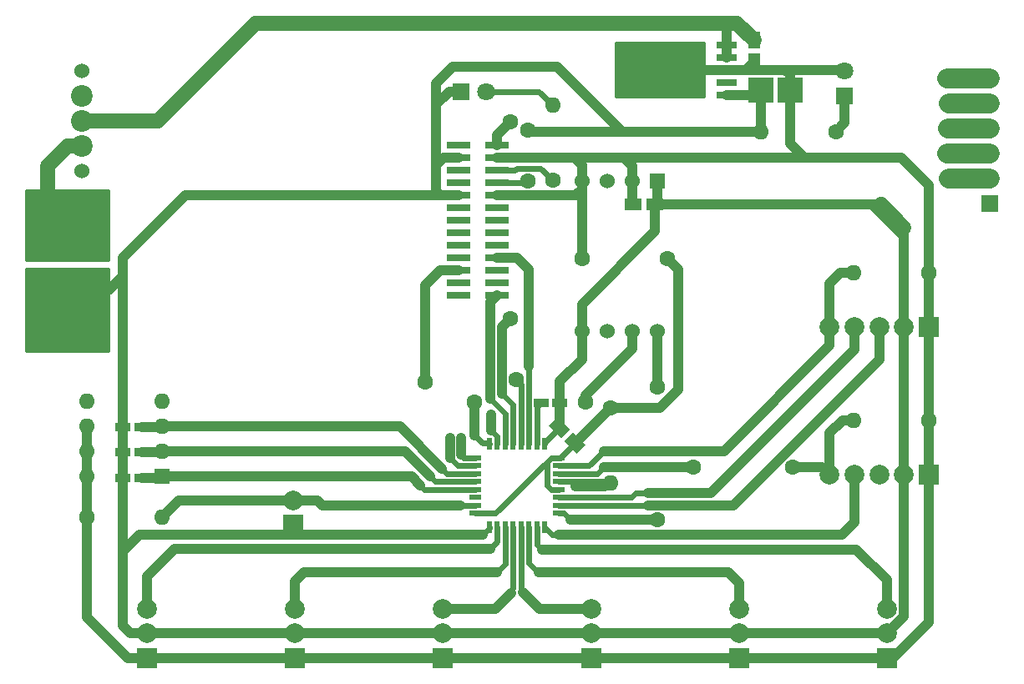
<source format=gbr>
G04 #@! TF.FileFunction,Copper,L2,Bot,Signal*
%FSLAX46Y46*%
G04 Gerber Fmt 4.6, Leading zero omitted, Abs format (unit mm)*
G04 Created by KiCad (PCBNEW 4.0.6) date 09/01/17 11:34:36*
%MOMM*%
%LPD*%
G01*
G04 APERTURE LIST*
%ADD10C,0.100000*%
%ADD11C,1.600000*%
%ADD12O,1.600000X1.600000*%
%ADD13R,2.000000X2.000000*%
%ADD14C,2.000000*%
%ADD15R,1.524000X1.524000*%
%ADD16R,1.800000X1.250000*%
%ADD17R,1.250000X1.800000*%
%ADD18R,2.500000X2.500000*%
%ADD19R,1.800000X1.800000*%
%ADD20C,1.800000*%
%ADD21C,1.524000*%
%ADD22R,1.700000X1.700000*%
%ADD23O,1.700000X1.700000*%
%ADD24R,1.500000X0.900000*%
%ADD25R,1.600000X1.600000*%
%ADD26C,2.200000*%
%ADD27R,1.200000X0.600000*%
%ADD28R,0.600000X1.200000*%
%ADD29R,2.123950X0.680000*%
%ADD30R,3.749550X5.699760*%
%ADD31R,2.400000X0.740000*%
%ADD32C,1.500000*%
%ADD33C,2.000000*%
%ADD34C,1.000000*%
%ADD35C,0.600000*%
%ADD36C,0.500000*%
%ADD37C,0.254000*%
G04 APERTURE END LIST*
D10*
D11*
X79100000Y-73500000D03*
D12*
X79100000Y-65880000D03*
D13*
X53000000Y-122000000D03*
D14*
X53000000Y-119500000D03*
X53000000Y-117000000D03*
D15*
X31675000Y-79350000D03*
X31675000Y-80100000D03*
X30925000Y-79350000D03*
X30925000Y-80100000D03*
X30175000Y-79350000D03*
X30175000Y-80100000D03*
X29425000Y-79350000D03*
X29425000Y-80100000D03*
X28675000Y-79350000D03*
X28675000Y-80100000D03*
X27925000Y-79350000D03*
X27925000Y-80100000D03*
X30475000Y-83925000D03*
X30475000Y-84675000D03*
X30475000Y-85425000D03*
X30475000Y-86175000D03*
X30475000Y-86925000D03*
X30475000Y-87675000D03*
X29725000Y-83925000D03*
X29725000Y-84675000D03*
X29725000Y-85425000D03*
X29725000Y-86175000D03*
X29725000Y-86925000D03*
X29725000Y-87675000D03*
D16*
X89500000Y-76000000D03*
X87300000Y-76000000D03*
D10*
G36*
X82456155Y-100372271D02*
X81572271Y-101256155D01*
X80299479Y-99983363D01*
X81183363Y-99099479D01*
X82456155Y-100372271D01*
X82456155Y-100372271D01*
G37*
G36*
X80900521Y-98816637D02*
X80016637Y-99700521D01*
X78743845Y-98427729D01*
X79627729Y-97543845D01*
X80900521Y-98816637D01*
X80900521Y-98816637D01*
G37*
D17*
X99500000Y-59300000D03*
X99500000Y-61500000D03*
D18*
X100200000Y-64400000D03*
X103200000Y-64400000D03*
D19*
X69800000Y-64500000D03*
D20*
X72340000Y-64500000D03*
D19*
X108700000Y-65000000D03*
D20*
X108700000Y-62460000D03*
D21*
X82070000Y-88820000D03*
X84610000Y-88820000D03*
X87150000Y-88820000D03*
X89690000Y-88820000D03*
D15*
X89690000Y-73580000D03*
D21*
X87150000Y-73580000D03*
X84610000Y-73580000D03*
X82070000Y-73580000D03*
D22*
X123400000Y-75900000D03*
D23*
X123400000Y-73360000D03*
X123400000Y-70820000D03*
X123400000Y-68280000D03*
X123400000Y-65740000D03*
X123400000Y-63200000D03*
D13*
X113000000Y-122000000D03*
D14*
X113000000Y-119500000D03*
X113000000Y-117000000D03*
D13*
X98000000Y-122000000D03*
D14*
X98000000Y-119500000D03*
X98000000Y-117000000D03*
D13*
X83000000Y-122000000D03*
D14*
X83000000Y-119500000D03*
X83000000Y-117000000D03*
D13*
X68000000Y-122000000D03*
D14*
X68000000Y-119500000D03*
X68000000Y-117000000D03*
D13*
X38000000Y-122000000D03*
D14*
X38000000Y-119500000D03*
X38000000Y-117000000D03*
D24*
X37450000Y-98600000D03*
X35550000Y-98600000D03*
X37450000Y-101100000D03*
X35550000Y-101100000D03*
X37450000Y-103700000D03*
X35550000Y-103700000D03*
X79850000Y-96100000D03*
X77950000Y-96100000D03*
D11*
X85000000Y-96600000D03*
D12*
X85000000Y-104220000D03*
D11*
X117200000Y-82900000D03*
D12*
X109580000Y-82900000D03*
D11*
X117200000Y-97900000D03*
D12*
X109580000Y-97900000D03*
D11*
X107800000Y-68600000D03*
D12*
X100180000Y-68600000D03*
D25*
X39500000Y-103600000D03*
D12*
X31880000Y-95980000D03*
X39500000Y-101060000D03*
X31880000Y-98520000D03*
X39500000Y-98520000D03*
X31880000Y-101060000D03*
X39500000Y-95980000D03*
X31880000Y-103600000D03*
D21*
X31400000Y-72580000D03*
X31400000Y-62420000D03*
D26*
X31400000Y-67500000D03*
X31400000Y-70040000D03*
X31400000Y-64960000D03*
D27*
X79750000Y-101700000D03*
X79750000Y-102500000D03*
X79750000Y-103300000D03*
X79750000Y-104100000D03*
X79750000Y-104900000D03*
X79750000Y-105700000D03*
X79750000Y-106500000D03*
X79750000Y-107300000D03*
D28*
X78300000Y-108750000D03*
X77500000Y-108750000D03*
X76700000Y-108750000D03*
X75900000Y-108750000D03*
X75100000Y-108750000D03*
X74300000Y-108750000D03*
X73500000Y-108750000D03*
X72700000Y-108750000D03*
D27*
X71250000Y-107300000D03*
X71250000Y-106500000D03*
X71250000Y-105700000D03*
X71250000Y-104900000D03*
X71250000Y-104100000D03*
X71250000Y-103300000D03*
X71250000Y-102500000D03*
X71250000Y-101700000D03*
D28*
X72700000Y-100250000D03*
X73500000Y-100250000D03*
X74300000Y-100250000D03*
X75100000Y-100250000D03*
X75900000Y-100250000D03*
X76700000Y-100250000D03*
X77500000Y-100250000D03*
X78300000Y-100250000D03*
D29*
X96763500Y-64840520D03*
X96763500Y-62300520D03*
X96763500Y-63570520D03*
X96763500Y-61030520D03*
X96763500Y-59760520D03*
D30*
X87318000Y-62300000D03*
D14*
X107200000Y-88400000D03*
D13*
X117200000Y-88400000D03*
D14*
X114700000Y-88400000D03*
X112200000Y-88400000D03*
X109700000Y-88400000D03*
X107200000Y-103400000D03*
D13*
X117200000Y-103400000D03*
D14*
X114700000Y-103400000D03*
X112200000Y-103400000D03*
X109700000Y-103400000D03*
D13*
X52800000Y-108500000D03*
D14*
X52800000Y-106000000D03*
D11*
X31900000Y-107700000D03*
D12*
X39520000Y-107700000D03*
D31*
X73450000Y-85220000D03*
X69550000Y-85220000D03*
X73450000Y-83950000D03*
X69550000Y-83950000D03*
X73450000Y-82680000D03*
X69550000Y-82680000D03*
X73450000Y-81410000D03*
X69550000Y-81410000D03*
X73450000Y-80140000D03*
X69550000Y-80140000D03*
X73450000Y-78870000D03*
X69550000Y-78870000D03*
X73450000Y-77600000D03*
X69550000Y-77600000D03*
X73450000Y-76330000D03*
X69550000Y-76330000D03*
X73450000Y-75060000D03*
X69550000Y-75060000D03*
X73450000Y-73790000D03*
X69550000Y-73790000D03*
X73450000Y-72520000D03*
X69550000Y-72520000D03*
X73450000Y-71250000D03*
X69550000Y-71250000D03*
X73450000Y-69980000D03*
X69550000Y-69980000D03*
D11*
X76600000Y-73600000D03*
X76600000Y-68400000D03*
X82100000Y-81500000D03*
X90700000Y-81500000D03*
X71200000Y-96000000D03*
X82400000Y-96000000D03*
X89700000Y-94500000D03*
X89700000Y-108000000D03*
X75400010Y-93779542D03*
X66200000Y-94000000D03*
X74800000Y-67600000D03*
X74800000Y-87600000D03*
X103400000Y-102600000D03*
X93400000Y-102600000D03*
D32*
X31400000Y-70040000D02*
X29960000Y-70040000D01*
X27925000Y-72075000D02*
X27925000Y-79350000D01*
X29960000Y-70040000D02*
X27925000Y-72075000D01*
X27925000Y-79350000D02*
X28675000Y-79350000D01*
D33*
X123400000Y-70820000D02*
X119120000Y-70820000D01*
D34*
X87000000Y-68600000D02*
X76800000Y-68600000D01*
X76800000Y-68600000D02*
X76600000Y-68400000D01*
D35*
X73450000Y-73790000D02*
X76410000Y-73790000D01*
X76410000Y-73790000D02*
X76600000Y-73600000D01*
D34*
X30475000Y-84675000D02*
X34125000Y-84675000D01*
X34125000Y-84675000D02*
X35550000Y-83250000D01*
X82070000Y-88820000D02*
X82070000Y-91730000D01*
X79850000Y-93950000D02*
X79850000Y-96100000D01*
X82070000Y-91730000D02*
X79850000Y-93950000D01*
X89500000Y-76000000D02*
X89500000Y-78700000D01*
X82070000Y-86130000D02*
X82070000Y-88820000D01*
X89500000Y-78700000D02*
X82070000Y-86130000D01*
X110600000Y-76000000D02*
X112400000Y-76000000D01*
D32*
X112400000Y-76000000D02*
X114700000Y-78300000D01*
D34*
X114700000Y-78300000D02*
X114700000Y-79200000D01*
X111500000Y-76000000D02*
X114700000Y-79200000D01*
X100180000Y-68600000D02*
X87000000Y-68600000D01*
X87000000Y-68600000D02*
X86200000Y-68600000D01*
X67300000Y-63700000D02*
X67300000Y-65800000D01*
X69000000Y-62000000D02*
X67300000Y-63700000D01*
X79600000Y-62000000D02*
X69000000Y-62000000D01*
X86200000Y-68600000D02*
X79600000Y-62000000D01*
X100180000Y-68600000D02*
X100180000Y-64420000D01*
X100180000Y-64420000D02*
X100200000Y-64400000D01*
X96763500Y-64840520D02*
X99759480Y-64840520D01*
X99759480Y-64840520D02*
X100200000Y-64400000D01*
X52800000Y-108500000D02*
X52800000Y-109500000D01*
X89500000Y-76000000D02*
X110600000Y-76000000D01*
X110600000Y-76000000D02*
X111500000Y-76000000D01*
X114700000Y-79200000D02*
X114700000Y-88400000D01*
X35550000Y-98600000D02*
X35550000Y-83250000D01*
X35550000Y-83250000D02*
X35550000Y-81350000D01*
X41840000Y-75060000D02*
X69550000Y-75060000D01*
X35550000Y-81350000D02*
X41840000Y-75060000D01*
X89690000Y-73580000D02*
X89690000Y-75810000D01*
X89690000Y-75810000D02*
X89500000Y-76000000D01*
X67300000Y-73500000D02*
X67300000Y-74631370D01*
X67760000Y-75060000D02*
X69550000Y-75060000D01*
X67728630Y-75060000D02*
X67760000Y-75060000D01*
X67300000Y-74631370D02*
X67728630Y-75060000D01*
X67300000Y-73500000D02*
X67300000Y-72000000D01*
X67300000Y-72000000D02*
X67300000Y-65800000D01*
X68600000Y-64500000D02*
X69800000Y-64500000D01*
X67300000Y-65800000D02*
X68600000Y-64500000D01*
X67300000Y-72000000D02*
X68050000Y-71250000D01*
X68050000Y-71250000D02*
X69550000Y-71250000D01*
D35*
X69200000Y-64500000D02*
X69800000Y-64500000D01*
X69550000Y-71250000D02*
X68050000Y-71250000D01*
X72700000Y-108750000D02*
X72700000Y-108849998D01*
X72700000Y-108849998D02*
X72049998Y-109500000D01*
D34*
X35550000Y-111200000D02*
X37250000Y-109500000D01*
X70800000Y-109500000D02*
X72049998Y-109500000D01*
X37250000Y-109500000D02*
X52800000Y-109500000D01*
X52800000Y-109500000D02*
X70800000Y-109500000D01*
X35550000Y-98600000D02*
X35550000Y-101100000D01*
X35550000Y-101100000D02*
X35550000Y-103700000D01*
X35550000Y-103700000D02*
X35550000Y-107200000D01*
X35550000Y-107200000D02*
X35550000Y-111200000D01*
X35550000Y-111200000D02*
X35550000Y-118750000D01*
X35550000Y-118750000D02*
X36300000Y-119500000D01*
X36300000Y-119500000D02*
X38000000Y-119500000D01*
X113000000Y-119500000D02*
X114700000Y-117800000D01*
X114700000Y-117800000D02*
X114700000Y-103400000D01*
X114700000Y-88400000D02*
X114700000Y-103400000D01*
X114300000Y-118200000D02*
X113000000Y-119500000D01*
D35*
X78300000Y-100250000D02*
X78300000Y-100144366D01*
X78300000Y-100144366D02*
X79850000Y-98594366D01*
D34*
X79850000Y-98594366D02*
X79850000Y-96100000D01*
X98000000Y-119500000D02*
X113000000Y-119500000D01*
X83000000Y-119500000D02*
X98000000Y-119500000D01*
X68000000Y-119500000D02*
X83000000Y-119500000D01*
X53000000Y-119500000D02*
X68000000Y-119500000D01*
X38000000Y-119500000D02*
X39414213Y-119500000D01*
X39414213Y-119500000D02*
X53000000Y-119500000D01*
X91800000Y-94800000D02*
X91800000Y-82600000D01*
X82100000Y-81500000D02*
X82100000Y-73610000D01*
X91800000Y-82600000D02*
X90700000Y-81500000D01*
X82100000Y-73610000D02*
X82070000Y-73580000D01*
X85000000Y-96600000D02*
X90000000Y-96600000D01*
X90000000Y-96600000D02*
X91800000Y-94800000D01*
X103200000Y-64400000D02*
X103200000Y-69800000D01*
X103200000Y-69800000D02*
X104650000Y-71250000D01*
X96763500Y-62300520D02*
X87318520Y-62300520D01*
X87318520Y-62300520D02*
X87318000Y-62300000D01*
X100400000Y-62300520D02*
X108540520Y-62300520D01*
X108540520Y-62300520D02*
X108700000Y-62460000D01*
X98400000Y-62300520D02*
X100400000Y-62300520D01*
X100400000Y-62300520D02*
X102700520Y-62300520D01*
X103200000Y-62800000D02*
X103200000Y-64400000D01*
X102700520Y-62300520D02*
X103200000Y-62800000D01*
X96763500Y-62300520D02*
X98400000Y-62300520D01*
X98400000Y-62300520D02*
X98699480Y-62300520D01*
X98699480Y-62300520D02*
X99500000Y-61500000D01*
X85600000Y-71250000D02*
X104650000Y-71250000D01*
X104650000Y-71250000D02*
X114450000Y-71250000D01*
X114450000Y-71250000D02*
X117200000Y-74000000D01*
X117200000Y-74000000D02*
X117200000Y-82900000D01*
X87150000Y-73580000D02*
X87150000Y-75850000D01*
X87150000Y-75850000D02*
X87300000Y-76000000D01*
X80700000Y-71250000D02*
X85600000Y-71250000D01*
X85600000Y-71250000D02*
X86350000Y-71250000D01*
X87150000Y-72050000D02*
X87150000Y-73580000D01*
X86350000Y-71250000D02*
X87150000Y-72050000D01*
X81440000Y-75060000D02*
X82070000Y-74430000D01*
X73450000Y-75060000D02*
X81440000Y-75060000D01*
X79900000Y-71250000D02*
X80700000Y-71250000D01*
X80700000Y-71250000D02*
X81350000Y-71250000D01*
X82070000Y-71970000D02*
X82070000Y-73580000D01*
X81350000Y-71250000D02*
X82070000Y-71970000D01*
X82070000Y-74430000D02*
X82070000Y-73580000D01*
X73450000Y-71250000D02*
X79900000Y-71250000D01*
X81377817Y-100177817D02*
X81422183Y-100177817D01*
X81422183Y-100177817D02*
X85000000Y-96600000D01*
D35*
X79750000Y-101700000D02*
X79855634Y-101700000D01*
X79855634Y-101700000D02*
X81377817Y-100177817D01*
X78929998Y-101700000D02*
X78529998Y-102100000D01*
X78529998Y-102100000D02*
X73329998Y-107300000D01*
X79750000Y-104900000D02*
X78929998Y-104900000D01*
X78929998Y-104900000D02*
X78529998Y-104500000D01*
X78529998Y-104500000D02*
X78529998Y-102100000D01*
X79750000Y-101700000D02*
X78929998Y-101700000D01*
X73329998Y-107300000D02*
X72450000Y-107300000D01*
X72450000Y-107300000D02*
X71250000Y-107300000D01*
D34*
X31880000Y-103600000D02*
X31880000Y-107680000D01*
X31880000Y-107680000D02*
X31880000Y-117880000D01*
X31880000Y-117880000D02*
X31900000Y-117900000D01*
X31880000Y-103600000D02*
X31900000Y-103620000D01*
X31900000Y-117900000D02*
X31880000Y-117880000D01*
X36000000Y-122000000D02*
X31880000Y-117880000D01*
X36000000Y-122000000D02*
X38000000Y-122000000D01*
X31900000Y-117900000D02*
X31880000Y-117880000D01*
X31880000Y-98520000D02*
X31880000Y-101060000D01*
X31880000Y-101060000D02*
X31880000Y-103600000D01*
X117200000Y-107100000D02*
X117200000Y-103400000D01*
X117200000Y-103400000D02*
X117200000Y-97900000D01*
X117200000Y-97900000D02*
X117200000Y-88400000D01*
X117200000Y-88400000D02*
X117200000Y-82900000D01*
X117200000Y-107000000D02*
X117200000Y-107100000D01*
X117200000Y-107100000D02*
X117200000Y-118400000D01*
X113000000Y-122000000D02*
X113600000Y-122000000D01*
X113600000Y-122000000D02*
X117200000Y-118400000D01*
X113000000Y-122000000D02*
X98000000Y-122000000D01*
X83000000Y-122000000D02*
X85000000Y-122000000D01*
X85000000Y-122000000D02*
X98000000Y-122000000D01*
X68000000Y-122000000D02*
X83000000Y-122000000D01*
X53000000Y-122000000D02*
X55000000Y-122000000D01*
X55000000Y-122000000D02*
X68000000Y-122000000D01*
X38000000Y-122000000D02*
X53000000Y-122000000D01*
X96763500Y-61030520D02*
X96763500Y-59760520D01*
X96763500Y-59760520D02*
X96763500Y-58163500D01*
X96763500Y-58163500D02*
X96200000Y-57600000D01*
D32*
X31400000Y-67500000D02*
X39100000Y-67500000D01*
X97800000Y-57600000D02*
X99500000Y-59300000D01*
X49000000Y-57600000D02*
X96200000Y-57600000D01*
X96200000Y-57600000D02*
X97800000Y-57600000D01*
X39100000Y-67500000D02*
X49000000Y-57600000D01*
D35*
X77720000Y-64500000D02*
X79100000Y-65880000D01*
X72340000Y-64500000D02*
X77720000Y-64500000D01*
D34*
X108700000Y-65000000D02*
X108700000Y-67700000D01*
X108700000Y-67700000D02*
X107800000Y-68600000D01*
X108400000Y-109500000D02*
X79750000Y-109500000D01*
X109700000Y-108200000D02*
X108400000Y-109500000D01*
X109700000Y-105500000D02*
X109700000Y-108200000D01*
X109700000Y-103400000D02*
X109700000Y-105500000D01*
D35*
X79750000Y-109500000D02*
X79050000Y-109500000D01*
X79050000Y-109500000D02*
X78300000Y-108750000D01*
X78300000Y-109000000D02*
X78300000Y-108750000D01*
D34*
X87150000Y-88820000D02*
X87150000Y-90650000D01*
D35*
X72000000Y-100200000D02*
X72650000Y-100200000D01*
X71200000Y-99400000D02*
X72000000Y-100200000D01*
D34*
X71200000Y-96000000D02*
X71200000Y-99400000D01*
X82400000Y-95400000D02*
X82400000Y-96000000D01*
X87150000Y-90650000D02*
X82400000Y-95400000D01*
D35*
X72650000Y-100200000D02*
X72700000Y-100250000D01*
D34*
X89700000Y-94500000D02*
X89700000Y-88830000D01*
X89700000Y-88830000D02*
X89690000Y-88820000D01*
D35*
X80200000Y-107300000D02*
X80900000Y-108000000D01*
D34*
X80900000Y-108000000D02*
X89700000Y-108000000D01*
D35*
X79750000Y-107300000D02*
X80200000Y-107300000D01*
D33*
X123400000Y-73360000D02*
X119240000Y-73360000D01*
D35*
X71250000Y-101700000D02*
X70100000Y-101700000D01*
D34*
X69800000Y-101400000D02*
X69800000Y-100900000D01*
D35*
X70100000Y-101700000D02*
X69800000Y-101400000D01*
D34*
X69800000Y-100900000D02*
X69800000Y-99700000D01*
D33*
X123400000Y-68280000D02*
X119220000Y-68280000D01*
D35*
X71250000Y-102500000D02*
X69500000Y-102500000D01*
D34*
X68700000Y-101700000D02*
X68700000Y-99700000D01*
D35*
X69500000Y-102500000D02*
X68700000Y-101700000D01*
D33*
X123400000Y-65740000D02*
X119240000Y-65740000D01*
D35*
X85000000Y-104220000D02*
X84780000Y-104220000D01*
D34*
X84780000Y-104220000D02*
X84400000Y-104600000D01*
X84400000Y-104600000D02*
X81400000Y-104600000D01*
D35*
X79750000Y-104100000D02*
X84880000Y-104100000D01*
X84880000Y-104100000D02*
X85000000Y-104220000D01*
D33*
X123400000Y-63200000D02*
X119100000Y-63200000D01*
D34*
X72900000Y-97300000D02*
X72900000Y-98900000D01*
D35*
X73500000Y-99500000D02*
X72900000Y-98900000D01*
X73500000Y-99500000D02*
X73500000Y-100250000D01*
D34*
X113000000Y-114100000D02*
X113000000Y-117000000D01*
X109900000Y-111000000D02*
X113000000Y-114100000D01*
X78000000Y-111000000D02*
X109900000Y-111000000D01*
D35*
X77500000Y-110500000D02*
X78000000Y-111000000D01*
X77500000Y-109950000D02*
X77500000Y-110500000D01*
X77500000Y-108750000D02*
X77500000Y-109950000D01*
D34*
X77700000Y-113300000D02*
X96900000Y-113300000D01*
X96900000Y-113300000D02*
X98000000Y-114400000D01*
X98000000Y-114400000D02*
X98000000Y-117000000D01*
D35*
X76700000Y-108750000D02*
X76700000Y-112400000D01*
X76700000Y-112400000D02*
X77600000Y-113300000D01*
X77600000Y-113300000D02*
X77700000Y-113300000D01*
D36*
X76100000Y-115300000D02*
X75900000Y-115100000D01*
D35*
X75900000Y-115100000D02*
X75900000Y-109850000D01*
X75900000Y-109850000D02*
X75900000Y-108750000D01*
D34*
X77800000Y-117000000D02*
X76100000Y-115300000D01*
X83000000Y-117000000D02*
X77800000Y-117000000D01*
D35*
X75100000Y-109850000D02*
X75100000Y-114900000D01*
D36*
X75100000Y-114900000D02*
X75100000Y-115100000D01*
X74900000Y-115400000D02*
X75100000Y-115200000D01*
X75100000Y-115200000D02*
X75100000Y-114900000D01*
D34*
X73300000Y-117000000D02*
X74900000Y-115400000D01*
X68000000Y-117000000D02*
X73300000Y-117000000D01*
D35*
X75100000Y-108750000D02*
X75100000Y-109850000D01*
D34*
X57300000Y-113300000D02*
X73500000Y-113300000D01*
X53000000Y-114200000D02*
X53900000Y-113300000D01*
X53900000Y-113300000D02*
X57300000Y-113300000D01*
X53000000Y-117000000D02*
X53000000Y-114200000D01*
D35*
X74300000Y-109850000D02*
X74300000Y-112300000D01*
X74000000Y-112800000D02*
X74300000Y-112500000D01*
X74300000Y-112500000D02*
X74300000Y-112300000D01*
X73500000Y-113300000D02*
X74000000Y-112800000D01*
X74300000Y-108750000D02*
X74300000Y-109850000D01*
X72800000Y-110900000D02*
X73500000Y-110200000D01*
X73500000Y-110200000D02*
X73500000Y-108750000D01*
D34*
X40800000Y-110900000D02*
X72800000Y-110900000D01*
X38000000Y-113700000D02*
X40800000Y-110900000D01*
X38000000Y-117000000D02*
X38000000Y-113700000D01*
D36*
X73500000Y-108750000D02*
X73500000Y-109850000D01*
D35*
X68700000Y-103300000D02*
X68400000Y-103300000D01*
X71250000Y-103300000D02*
X68700000Y-103300000D01*
D34*
X63620000Y-98520000D02*
X67900000Y-102800000D01*
X63620000Y-98520000D02*
X39500000Y-98520000D01*
D35*
X68400000Y-103300000D02*
X67900000Y-102800000D01*
D34*
X37450000Y-98600000D02*
X39420000Y-98600000D01*
X39420000Y-98600000D02*
X39500000Y-98520000D01*
X64800000Y-101700000D02*
X64160000Y-101060000D01*
X64160000Y-101060000D02*
X39500000Y-101060000D01*
D35*
X67200000Y-104100000D02*
X66700000Y-103600000D01*
X67200000Y-104100000D02*
X68900000Y-104100000D01*
D34*
X66700000Y-103600000D02*
X64800000Y-101700000D01*
D35*
X71250000Y-104100000D02*
X68900000Y-104100000D01*
X68900000Y-104100000D02*
X68800000Y-104100000D01*
D34*
X37450000Y-101100000D02*
X39460000Y-101100000D01*
X39460000Y-101100000D02*
X39500000Y-101060000D01*
D35*
X67500000Y-104900000D02*
X66800000Y-104900000D01*
D34*
X64800000Y-103600000D02*
X65700000Y-104500000D01*
X39500000Y-103600000D02*
X64400000Y-103600000D01*
X64400000Y-103600000D02*
X64800000Y-103600000D01*
D35*
X65700000Y-104500000D02*
X66100000Y-104900000D01*
X67500000Y-104900000D02*
X68600000Y-104900000D01*
X71250000Y-104900000D02*
X68600000Y-104900000D01*
X66800000Y-104900000D02*
X66100000Y-104900000D01*
D34*
X37450000Y-103700000D02*
X39400000Y-103700000D01*
X39400000Y-103700000D02*
X39500000Y-103600000D01*
D35*
X71250000Y-106500000D02*
X69700000Y-106500000D01*
D34*
X55300000Y-106000000D02*
X52800000Y-106000000D01*
X55800000Y-106500000D02*
X55300000Y-106000000D01*
X69700000Y-106500000D02*
X55800000Y-106500000D01*
X52800000Y-106000000D02*
X41220000Y-106000000D01*
X41220000Y-106000000D02*
X39520000Y-107700000D01*
D35*
X75470002Y-72299998D02*
X77899998Y-72299998D01*
X75250000Y-72520000D02*
X75470002Y-72299998D01*
X73450000Y-72520000D02*
X75250000Y-72520000D01*
X77899998Y-72299998D02*
X79100000Y-73500000D01*
X73470000Y-72500000D02*
X73450000Y-72520000D01*
X74300000Y-100250000D02*
X74300000Y-97200000D01*
X74300000Y-97200000D02*
X72800000Y-95700000D01*
D34*
X72800000Y-95700000D02*
X72800000Y-85870000D01*
X72800000Y-85870000D02*
X73450000Y-85220000D01*
D35*
X75900000Y-94279532D02*
X75400010Y-93779542D01*
X75900000Y-100250000D02*
X75900000Y-94279532D01*
D34*
X66200000Y-84200000D02*
X67720000Y-82680000D01*
X67720000Y-82680000D02*
X69550000Y-82680000D01*
X66200000Y-94000000D02*
X66200000Y-84200000D01*
D35*
X76700000Y-100250000D02*
X76700000Y-92400000D01*
D34*
X75510000Y-81410000D02*
X73450000Y-81410000D01*
X76700000Y-82600000D02*
X75510000Y-81410000D01*
X76700000Y-92400000D02*
X76700000Y-82600000D01*
D35*
X75100000Y-100250000D02*
X75100000Y-96300000D01*
X75100000Y-96300000D02*
X74000000Y-95200000D01*
D34*
X74800000Y-87600000D02*
X74000000Y-88400000D01*
X74000000Y-88400000D02*
X74000000Y-95200000D01*
X74800000Y-67600000D02*
X73450000Y-68950000D01*
X73450000Y-69980000D02*
X73450000Y-68950000D01*
X87300000Y-101000000D02*
X96500000Y-101000000D01*
D35*
X79750000Y-102500000D02*
X82800000Y-102500000D01*
X82800000Y-102500000D02*
X84300000Y-101000000D01*
D34*
X84300000Y-101000000D02*
X87300000Y-101000000D01*
X107200000Y-90300000D02*
X107200000Y-88400000D01*
X96500000Y-101000000D02*
X107200000Y-90300000D01*
X109580000Y-82900000D02*
X108300000Y-82900000D01*
X107200000Y-84000000D02*
X107200000Y-88400000D01*
X108300000Y-82900000D02*
X107200000Y-84000000D01*
X112200000Y-88400000D02*
X112200000Y-91700000D01*
X97400000Y-106500000D02*
X88800000Y-106500000D01*
X112200000Y-91700000D02*
X97400000Y-106500000D01*
D35*
X79750000Y-106500000D02*
X88800000Y-106500000D01*
X86900000Y-105700000D02*
X87100000Y-105700000D01*
X87500000Y-105300000D02*
X88800000Y-105300000D01*
X87100000Y-105700000D02*
X87500000Y-105300000D01*
D34*
X89500000Y-105300000D02*
X88800000Y-105300000D01*
X109700000Y-90700000D02*
X96900000Y-103500000D01*
X109700000Y-88400000D02*
X109700000Y-90700000D01*
X96900000Y-103500000D02*
X95100000Y-105300000D01*
X89500000Y-105300000D02*
X95100000Y-105300000D01*
D35*
X86900000Y-105700000D02*
X79750000Y-105700000D01*
X79750000Y-103300000D02*
X83600000Y-103300000D01*
D34*
X106400000Y-102600000D02*
X107200000Y-103400000D01*
X103400000Y-102600000D02*
X106400000Y-102600000D01*
X84300000Y-102600000D02*
X93400000Y-102600000D01*
D35*
X83600000Y-103300000D02*
X84300000Y-102600000D01*
D34*
X109580000Y-97900000D02*
X108500000Y-97900000D01*
X107200000Y-99200000D02*
X107200000Y-103400000D01*
X108500000Y-97900000D02*
X107200000Y-99200000D01*
D35*
X77500000Y-100250000D02*
X77500000Y-96550000D01*
X77500000Y-96550000D02*
X77950000Y-96100000D01*
D37*
G36*
X94473000Y-65073000D02*
X85527000Y-65073000D01*
X85527000Y-59527000D01*
X94473000Y-59527000D01*
X94473000Y-65073000D01*
X94473000Y-65073000D01*
G37*
X94473000Y-65073000D02*
X85527000Y-65073000D01*
X85527000Y-59527000D01*
X94473000Y-59527000D01*
X94473000Y-65073000D01*
G36*
X34073000Y-81673000D02*
X25685000Y-81673000D01*
X25685000Y-74527000D01*
X34073000Y-74527000D01*
X34073000Y-81673000D01*
X34073000Y-81673000D01*
G37*
X34073000Y-81673000D02*
X25685000Y-81673000D01*
X25685000Y-74527000D01*
X34073000Y-74527000D01*
X34073000Y-81673000D01*
G36*
X34073000Y-90873000D02*
X25685000Y-90873000D01*
X25685000Y-82527000D01*
X34073000Y-82527000D01*
X34073000Y-90873000D01*
X34073000Y-90873000D01*
G37*
X34073000Y-90873000D02*
X25685000Y-90873000D01*
X25685000Y-82527000D01*
X34073000Y-82527000D01*
X34073000Y-90873000D01*
M02*

</source>
